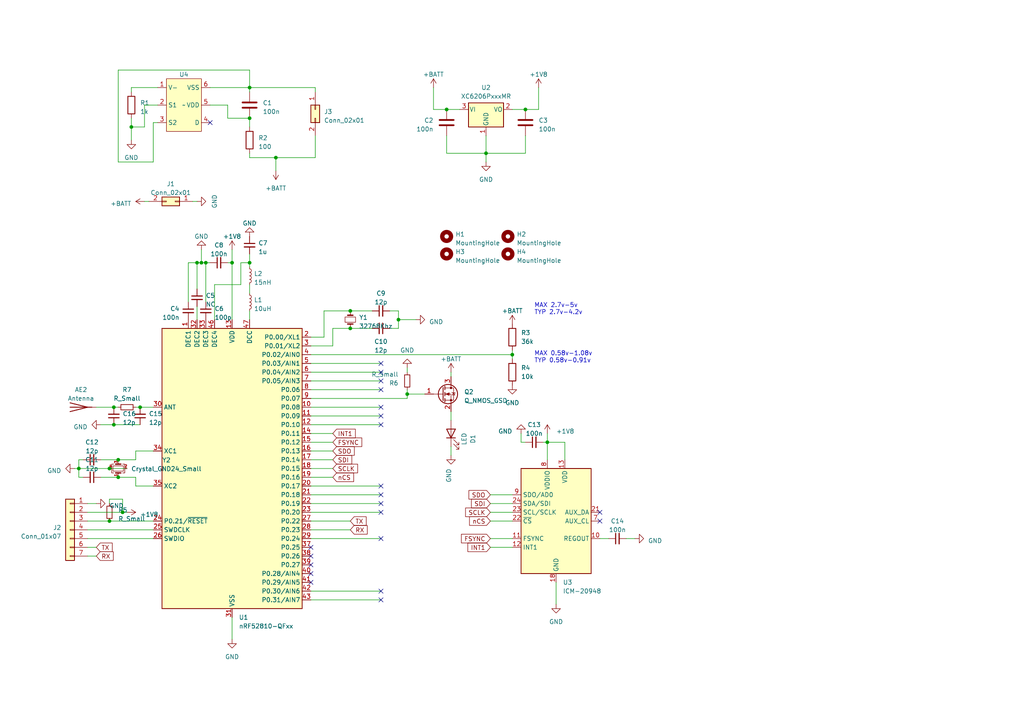
<source format=kicad_sch>
(kicad_sch (version 20230121) (generator eeschema)
  (paper "A4")
  (lib_symbols
    (symbol "Connector_Generic:Conn_01x07" (pin_names (offset 1.016) hide)
      (property "Reference" "J" (at 0 10.16 0))
      (property "Value" "Conn_01x07" (at 0 -10.16 0))
      (symbol "Conn_01x07_1_1"
        (rectangle (start -1.27 -7.493) (end 0 -7.747) (stroke (width 0.1524)))
        (rectangle (start -1.27 -4.953) (end 0 -5.207) (stroke (width 0.1524)))
        (rectangle (start -1.27 -2.413) (end 0 -2.667) (stroke (width 0.1524)))
        (rectangle (start -1.27 0.127) (end 0 -0.127) (stroke (width 0.1524)))
        (rectangle (start -1.27 2.667) (end 0 2.413) (stroke (width 0.1524)))
        (rectangle (start -1.27 5.207) (end 0 4.953) (stroke (width 0.1524)))
        (rectangle (start -1.27 7.747) (end 0 7.493) (stroke (width 0.1524)))
        (rectangle (start -1.27 8.89) (end 1.27 -8.89) (stroke (width 0.254)) (fill (type background)))
        (pin passive line (at -5.08 7.62 0) (length 3.81) (name "Pin_1") (number "1"))
        (pin passive line (at -5.08 5.08 0) (length 3.81) (name "Pin_2") (number "2"))
        (pin passive line (at -5.08 2.54 0) (length 3.81) (name "Pin_3") (number "3"))
        (pin passive line (at -5.08 0 0) (length 3.81) (name "Pin_4") (number "4"))
        (pin passive line (at -5.08 -2.54 0) (length 3.81) (name "Pin_5") (number "5"))
        (pin passive line (at -5.08 -5.08 0) (length 3.81) (name "Pin_6") (number "6"))
        (pin passive line (at -5.08 -7.62 0) (length 3.81) (name "Pin_7") (number "7"))
      )
    )
    (symbol "Connector_Generic:Conn_02x01" (pin_names (offset 1.016) hide)
      (property "Reference" "J" (at 1.27 2.54 0))
      (property "Value" "Conn_02x01" (at 1.27 -2.54 0))
      (symbol "Conn_02x01_1_1"
        (rectangle (start -1.27 0.127) (end 0 -0.127) (stroke (width 0.1524)))
        (rectangle (start -1.27 1.27) (end 3.81 -1.27) (stroke (width 0.254)) (fill (type background)))
        (rectangle (start 3.81 0.127) (end 2.54 -0.127) (stroke (width 0.1524)))
        (pin passive line (at -5.08 0 0) (length 3.81) (name "Pin_1") (number "1"))
        (pin passive line (at 7.62 0 180) (length 3.81) (name "Pin_2") (number "2"))
      )
    )
    (symbol "Device:Antenna" (pin_numbers hide) (pin_names (offset 1.016) hide)
      (property "Reference" "AE" (at -1.905 1.905 0))
      (property "Value" "Antenna" (at -1.905 0 0))
      (symbol "Antenna_0_1"
        (polyline (pts (xy 0 2.54) (xy 0 -3.81)) (stroke (width 0.254)))
        (polyline (pts (xy 1.27 2.54) (xy 0 -2.54) (xy -1.27 2.54)) (stroke (width 0.254)))
      )
      (symbol "Antenna_1_1"
        (pin input line (at 0 -5.08 90) (length 2.54) (name "A") (number "1"))
      )
    )
    (symbol "Device:C" (pin_numbers hide) (pin_names (offset 0.254))
      (property "Reference" "C" (at 0.635 2.54 0))
      (property "Value" "C" (at 0.635 -2.54 0))
      (symbol "C_0_1"
        (polyline (pts (xy -2.032 -0.762) (xy 2.032 -0.762)) (stroke (width 0.508)))
        (polyline (pts (xy -2.032 0.762) (xy 2.032 0.762)) (stroke (width 0.508)))
      )
      (symbol "C_1_1"
        (pin passive line (at 0 3.81 270) (length 2.794) (name "~") (number "1"))
        (pin passive line (at 0 -3.81 90) (length 2.794) (name "~") (number "2"))
      )
    )
    (symbol "Device:C_Small" (pin_numbers hide) (pin_names (offset 0.254) hide)
      (property "Reference" "C" (at 0.254 1.778 0))
      (property "Value" "C_Small" (at 0.254 -2.032 0))
      (symbol "C_Small_0_1"
        (polyline (pts (xy -1.524 -0.508) (xy 1.524 -0.508)) (stroke (width 0.3302)))
        (polyline (pts (xy -1.524 0.508) (xy 1.524 0.508)) (stroke (width 0.3048)))
      )
      (symbol "C_Small_1_1"
        (pin passive line (at 0 2.54 270) (length 2.032) (name "~") (number "1"))
        (pin passive line (at 0 -2.54 90) (length 2.032) (name "~") (number "2"))
      )
    )
    (symbol "Device:Crystal_GND24_Small" (pin_names (offset 1.016) hide)
      (property "Reference" "Y" (at 1.27 4.445 0))
      (property "Value" "Crystal_GND24_Small" (at 1.27 2.54 0))
      (symbol "Crystal_GND24_Small_0_1"
        (rectangle (start -0.762 -1.524) (end 0.762 1.524))
        (polyline (pts (xy -1.27 -0.762) (xy -1.27 0.762)) (stroke (width 0.381)))
        (polyline (pts (xy 1.27 -0.762) (xy 1.27 0.762)) (stroke (width 0.381)))
        (polyline (pts (xy -1.27 -1.27) (xy -1.27 -1.905) (xy 1.27 -1.905) (xy 1.27 -1.27)))
        (polyline (pts (xy -1.27 1.27) (xy -1.27 1.905) (xy 1.27 1.905) (xy 1.27 1.27)))
      )
      (symbol "Crystal_GND24_Small_1_1"
        (pin passive line (at -2.54 0 0) (length 1.27) (name "1") (number "1"))
        (pin passive line (at 0 -2.54 90) (length 0.635) (name "2") (number "2"))
        (pin passive line (at 2.54 0 180) (length 1.27) (name "3") (number "3"))
        (pin passive line (at 0 2.54 270) (length 0.635) (name "4") (number "4"))
      )
    )
    (symbol "Device:Crystal_Small" (pin_numbers hide) (pin_names (offset 1.016) hide)
      (property "Reference" "Y" (at 0 2.54 0))
      (property "Value" "Crystal_Small" (at 0 -2.54 0))
      (symbol "Crystal_Small_0_1"
        (rectangle (start -0.762 -1.524) (end 0.762 1.524))
        (polyline (pts (xy -1.27 -0.762) (xy -1.27 0.762)) (stroke (width 0.381)))
        (polyline (pts (xy 1.27 -0.762) (xy 1.27 0.762)) (stroke (width 0.381)))
      )
      (symbol "Crystal_Small_1_1"
        (pin passive line (at -2.54 0 0) (length 1.27) (name "1") (number "1"))
        (pin passive line (at 2.54 0 180) (length 1.27) (name "2") (number "2"))
      )
    )
    (symbol "Device:LED" (pin_numbers hide) (pin_names (offset 1.016) hide)
      (property "Reference" "D" (at 0 2.54 0))
      (property "Value" "LED" (at 0 -2.54 0))
      (symbol "LED_0_1"
        (polyline (pts (xy -1.27 -1.27) (xy -1.27 1.27)) (stroke (width 0.254)))
        (polyline (pts (xy -1.27 0) (xy 1.27 0)))
        (polyline (pts (xy 1.27 -1.27) (xy 1.27 1.27) (xy -1.27 0) (xy 1.27 -1.27)) (stroke (width 0.254)))
        (polyline (pts (xy -3.048 -0.762) (xy -4.572 -2.286) (xy -3.81 -2.286) (xy -4.572 -2.286) (xy -4.572 -1.524)))
        (polyline (pts (xy -1.778 -0.762) (xy -3.302 -2.286) (xy -2.54 -2.286) (xy -3.302 -2.286) (xy -3.302 -1.524)))
      )
      (symbol "LED_1_1"
        (pin passive line (at -3.81 0 0) (length 2.54) (name "K") (number "1"))
        (pin passive line (at 3.81 0 180) (length 2.54) (name "A") (number "2"))
      )
    )
    (symbol "Device:L_Small" (pin_numbers hide) (pin_names (offset 0.254) hide)
      (property "Reference" "L" (at 0.762 1.016 0))
      (property "Value" "L_Small" (at 0.762 -1.016 0))
      (symbol "L_Small_0_1"
        (arc (start 0 -2.032) (mid 0.5058 -1.524) (end 0 -1.016))
        (arc (start 0 -1.016) (mid 0.5058 -0.508) (end 0 0))
        (arc (start 0 0) (mid 0.5058 0.508) (end 0 1.016))
        (arc (start 0 1.016) (mid 0.5058 1.524) (end 0 2.032))
      )
      (symbol "L_Small_1_1"
        (pin passive line (at 0 2.54 270) (length 0.508) (name "~") (number "1"))
        (pin passive line (at 0 -2.54 90) (length 0.508) (name "~") (number "2"))
      )
    )
    (symbol "Device:Q_NMOS_GSD" (pin_names (offset 0) hide)
      (property "Reference" "Q" (at 5.08 1.27 0))
      (property "Value" "Q_NMOS_GSD" (at 5.08 -1.27 0))
      (symbol "Q_NMOS_GSD_0_1"
        (polyline (pts (xy 0.254 0) (xy -2.54 0)))
        (polyline (pts (xy 0.254 1.905) (xy 0.254 -1.905)) (stroke (width 0.254)))
        (polyline (pts (xy 0.762 -1.27) (xy 0.762 -2.286)) (stroke (width 0.254)))
        (polyline (pts (xy 0.762 0.508) (xy 0.762 -0.508)) (stroke (width 0.254)))
        (polyline (pts (xy 0.762 2.286) (xy 0.762 1.27)) (stroke (width 0.254)))
        (polyline (pts (xy 2.54 2.54) (xy 2.54 1.778)))
        (polyline (pts (xy 2.54 -2.54) (xy 2.54 0) (xy 0.762 0)))
        (polyline (pts (xy 0.762 -1.778) (xy 3.302 -1.778) (xy 3.302 1.778) (xy 0.762 1.778)))
        (polyline (pts (xy 1.016 0) (xy 2.032 0.381) (xy 2.032 -0.381) (xy 1.016 0)) (fill (type outline)))
        (polyline (pts (xy 2.794 0.508) (xy 2.921 0.381) (xy 3.683 0.381) (xy 3.81 0.254)))
        (polyline (pts (xy 3.302 0.381) (xy 2.921 -0.254) (xy 3.683 -0.254) (xy 3.302 0.381)))
        (circle (center 1.651 0) (radius 2.794) (stroke (width 0.254)))
        (circle (center 2.54 -1.778) (radius 0.254) (fill (type outline)))
        (circle (center 2.54 1.778) (radius 0.254) (fill (type outline)))
      )
      (symbol "Q_NMOS_GSD_1_1"
        (pin input line (at -5.08 0 0) (length 2.54) (name "G") (number "1"))
        (pin passive line (at 2.54 -5.08 90) (length 2.54) (name "S") (number "2"))
        (pin passive line (at 2.54 5.08 270) (length 2.54) (name "D") (number "3"))
      )
    )
    (symbol "Device:R" (pin_numbers hide) (pin_names (offset 0))
      (property "Reference" "R" (at 2.032 0 90))
      (property "Value" "R" (at 0 0 90))
      (symbol "R_0_1"
        (rectangle (start -1.016 -2.54) (end 1.016 2.54) (stroke (width 0.254)))
      )
      (symbol "R_1_1"
        (pin passive line (at 0 3.81 270) (length 1.27) (name "~") (number "1"))
        (pin passive line (at 0 -3.81 90) (length 1.27) (name "~") (number "2"))
      )
    )
    (symbol "Device:R_Small" (pin_numbers hide) (pin_names (offset 0.254) hide)
      (property "Reference" "R" (at 0.762 0.508 0))
      (property "Value" "R_Small" (at 0.762 -1.016 0))
      (symbol "R_Small_0_1"
        (rectangle (start -0.762 1.778) (end 0.762 -1.778) (stroke (width 0.2032)))
      )
      (symbol "R_Small_1_1"
        (pin passive line (at 0 2.54 270) (length 0.762) (name "~") (number "1"))
        (pin passive line (at 0 -2.54 90) (length 0.762) (name "~") (number "2"))
      )
    )
    (symbol "MCU_Nordic:nRF52810-QFxx"
      (property "Reference" "U" (at 0 1.27 0))
      (property "Value" "nRF52810-QFxx" (at 0 -1.27 0))
      (symbol "nRF52810-QFxx_0_1"
        (rectangle (start -20.32 40.64) (end 20.32 -40.64) (stroke (width 0.254)) (fill (type background)))
      )
      (symbol "nRF52810-QFxx_1_1"
        (pin passive line (at -12.7 43.18 270) (length 2.54) (name "DEC1") (number "1"))
        (pin bidirectional line (at 22.86 17.78 180) (length 2.54) (name "P0.08") (number "10"))
        (pin bidirectional line (at 22.86 15.24 180) (length 2.54) (name "P0.09") (number "11"))
        (pin bidirectional line (at 22.86 12.7 180) (length 2.54) (name "P0.10") (number "12"))
        (pin power_in line (at 0 43.18 270) (length 2.54) (name "VDD") (number "13"))
        (pin bidirectional line (at 22.86 10.16 180) (length 2.54) (name "P0.11") (number "14"))
        (pin bidirectional line (at 22.86 7.62 180) (length 2.54) (name "P0.12") (number "15"))
        (pin bidirectional line (at 22.86 5.08 180) (length 2.54) (name "P0.13") (number "16"))
        (pin bidirectional line (at 22.86 2.54 180) (length 2.54) (name "P0.14") (number "17"))
        (pin bidirectional line (at 22.86 0 180) (length 2.54) (name "P0.15") (number "18"))
        (pin bidirectional line (at 22.86 -2.54 180) (length 2.54) (name "P0.16") (number "19"))
        (pin bidirectional line (at 22.86 38.1 180) (length 2.54) (name "P0.00/XL1") (number "2"))
        (pin bidirectional line (at 22.86 -5.08 180) (length 2.54) (name "P0.17") (number "20"))
        (pin bidirectional line (at 22.86 -7.62 180) (length 2.54) (name "P0.18") (number "21"))
        (pin bidirectional line (at 22.86 -10.16 180) (length 2.54) (name "P0.19") (number "22"))
        (pin bidirectional line (at 22.86 -12.7 180) (length 2.54) (name "P0.20") (number "23"))
        (pin bidirectional line (at -22.86 -15.24 0) (length 2.54) (name "P0.21/~{RESET}") (number "24"))
        (pin input line (at -22.86 -17.78 0) (length 2.54) (name "SWDCLK") (number "25"))
        (pin bidirectional line (at -22.86 -20.32 0) (length 2.54) (name "SWDIO") (number "26"))
        (pin bidirectional line (at 22.86 -15.24 180) (length 2.54) (name "P0.22") (number "27"))
        (pin bidirectional line (at 22.86 -17.78 180) (length 2.54) (name "P0.23") (number "28"))
        (pin bidirectional line (at 22.86 -20.32 180) (length 2.54) (name "P0.24") (number "29"))
        (pin bidirectional line (at 22.86 35.56 180) (length 2.54) (name "P0.01/XL2") (number "3"))
        (pin passive line (at -22.86 17.78 0) (length 2.54) (name "ANT") (number "30"))
        (pin power_in line (at 0 -43.18 90) (length 2.54) (name "VSS") (number "31"))
        (pin passive line (at -10.16 43.18 270) (length 2.54) (name "DEC2") (number "32"))
        (pin passive line (at -7.62 43.18 270) (length 2.54) (name "DEC3") (number "33"))
        (pin input line (at -22.86 5.08 0) (length 2.54) (name "XC1") (number "34"))
        (pin input line (at -22.86 -5.08 0) (length 2.54) (name "XC2") (number "35"))
        (pin passive line (at 0 43.18 270) (length 2.54) hide (name "VDD") (number "36"))
        (pin bidirectional line (at 22.86 -22.86 180) (length 2.54) (name "P0.25") (number "37"))
        (pin bidirectional line (at 22.86 -25.4 180) (length 2.54) (name "P0.26") (number "38"))
        (pin bidirectional line (at 22.86 -27.94 180) (length 2.54) (name "P0.27") (number "39"))
        (pin bidirectional line (at 22.86 33.02 180) (length 2.54) (name "P0.02/AIN0") (number "4"))
        (pin bidirectional line (at 22.86 -30.48 180) (length 2.54) (name "P0.28/AIN4") (number "40"))
        (pin bidirectional line (at 22.86 -33.02 180) (length 2.54) (name "P0.29/AIN5") (number "41"))
        (pin bidirectional line (at 22.86 -35.56 180) (length 2.54) (name "P0.30/AIN6") (number "42"))
        (pin bidirectional line (at 22.86 -38.1 180) (length 2.54) (name "P0.31/AIN7") (number "43"))
        (pin no_connect line (at -20.32 -30.48 0) (length 2.54) hide (name "NC") (number "44"))
        (pin passive line (at 0 -43.18 90) (length 2.54) hide (name "VSS") (number "45"))
        (pin passive line (at -5.08 43.18 270) (length 2.54) (name "DEC4") (number "46"))
        (pin power_out line (at 5.08 43.18 270) (length 2.54) (name "DCC") (number "47"))
        (pin passive line (at 0 43.18 270) (length 2.54) hide (name "VDD") (number "48"))
        (pin passive line (at 0 -43.18 90) (length 2.54) hide (name "VSS") (number "49"))
        (pin bidirectional line (at 22.86 30.48 180) (length 2.54) (name "P0.03/AIN1") (number "5"))
        (pin bidirectional line (at 22.86 27.94 180) (length 2.54) (name "P0.04/AIN2") (number "6"))
        (pin bidirectional line (at 22.86 25.4 180) (length 2.54) (name "P0.05/AIN3") (number "7"))
        (pin bidirectional line (at 22.86 22.86 180) (length 2.54) (name "P0.06") (number "8"))
        (pin bidirectional line (at 22.86 20.32 180) (length 2.54) (name "P0.07") (number "9"))
      )
    )
    (symbol "Mechanical:MountingHole" (pin_names (offset 1.016))
      (property "Reference" "H" (at 0 5.08 0))
      (property "Value" "MountingHole" (at 0 3.175 0))
      (symbol "MountingHole_0_1"
        (circle (center 0 0) (radius 1.27) (stroke (width 1.27)))
      )
    )
    (symbol "Regulator_Linear:XC6206PxxxMR" (pin_names (offset 0.254))
      (property "Reference" "U" (at -3.81 3.175 0))
      (property "Value" "XC6206PxxxMR" (at 0 3.175 0))
      (symbol "XC6206PxxxMR_0_1"
        (rectangle (start -5.08 1.905) (end 5.08 -5.08) (stroke (width 0.254)) (fill (type background)))
      )
      (symbol "XC6206PxxxMR_1_1"
        (pin power_in line (at 0 -7.62 90) (length 2.54) (name "GND") (number "1"))
        (pin power_out line (at 7.62 0 180) (length 2.54) (name "VO") (number "2"))
        (pin power_in line (at -7.62 0 0) (length 2.54) (name "VI") (number "3"))
      )
    )
    (symbol "Sensor_Motion:ICM-20948"
      (property "Reference" "U" (at -11.43 16.51 0))
      (property "Value" "ICM-20948" (at 7.62 -16.51 0))
      (symbol "ICM-20948_0_1"
        (rectangle (start -10.16 15.24) (end 10.16 -15.24) (stroke (width 0.254)) (fill (type background)))
      )
      (symbol "ICM-20948_1_1"
        (pin no_connect line (at -10.16 12.7 0) (length 2.54) hide (name "NC") (number "1"))
        (pin passive line (at 12.7 -5.08 180) (length 2.54) (name "REGOUT") (number "10"))
        (pin input line (at -12.7 -5.08 0) (length 2.54) (name "FSYNC") (number "11"))
        (pin output line (at -12.7 -7.62 0) (length 2.54) (name "INT1") (number "12"))
        (pin power_in line (at 2.54 17.78 270) (length 2.54) (name "VDD") (number "13"))
        (pin no_connect line (at 10.16 7.62 180) (length 2.54) hide (name "NC") (number "14"))
        (pin no_connect line (at 10.16 5.08 180) (length 2.54) hide (name "NC") (number "15"))
        (pin no_connect line (at 10.16 -7.62 180) (length 2.54) hide (name "NC") (number "16"))
        (pin no_connect line (at 10.16 -10.16 180) (length 2.54) hide (name "NC") (number "17"))
        (pin power_in line (at 0 -17.78 90) (length 2.54) (name "GND") (number "18"))
        (pin no_connect line (at 10.16 -12.7 180) (length 2.54) hide (name "RESV") (number "19"))
        (pin no_connect line (at -10.16 10.16 0) (length 2.54) hide (name "NC") (number "2"))
        (pin passive line (at 0 -17.78 90) (length 2.54) hide (name "GND") (number "20"))
        (pin bidirectional line (at 12.7 2.54 180) (length 2.54) (name "AUX_DA") (number "21"))
        (pin input line (at -12.7 0 0) (length 2.54) (name "~{CS}") (number "22"))
        (pin input line (at -12.7 2.54 0) (length 2.54) (name "SCL/SCLK") (number "23"))
        (pin bidirectional line (at -12.7 5.08 0) (length 2.54) (name "SDA/SDI") (number "24"))
        (pin no_connect line (at -10.16 -2.54 0) (length 2.54) hide (name "NC") (number "3"))
        (pin no_connect line (at -10.16 -10.16 0) (length 2.54) hide (name "NC") (number "4"))
        (pin no_connect line (at -10.16 -12.7 0) (length 2.54) hide (name "NC") (number "5"))
        (pin no_connect line (at 10.16 10.16 180) (length 2.54) hide (name "NC") (number "6"))
        (pin output line (at 12.7 0 180) (length 2.54) (name "AUX_CL") (number "7"))
        (pin power_in line (at -2.54 17.78 270) (length 2.54) (name "VDDIO") (number "8"))
        (pin bidirectional line (at -12.7 7.62 0) (length 2.54) (name "SDO/AD0") (number "9"))
      )
    )
    (symbol "lib:DW06D"
      (property "Reference" "U" (at 0 10.16 0))
      (symbol "DW06D_1_1"
        (rectangle (start -5.08 7.62) (end 5.08 -7.62) (fill (type background)))
        (pin power_in line (at -7.62 5.08 0) (length 2.54) (name "V-") (number "1"))
        (pin passive line (at -7.62 0 0) (length 2.54) (name "S1") (number "2"))
        (pin passive line (at -7.62 -5.08 0) (length 2.54) (name "S2") (number "3"))
        (pin passive line (at 7.62 -5.08 180) (length 2.54) (name "D") (number "4"))
        (pin passive line (at 7.62 0 180) (length 2.54) (name "VDD") (number "5"))
        (pin passive line (at 7.62 5.08 180) (length 2.54) (name "VSS") (number "6"))
      )
    )
    (symbol "power:+1V8" (power) (pin_names (offset 0))
      (property "Value" "+1V8" (at 0 3.556 0))
      (symbol "+1V8_0_1"
        (polyline (pts (xy -0.762 1.27) (xy 0 2.54)))
        (polyline (pts (xy 0 0) (xy 0 2.54)))
        (polyline (pts (xy 0 2.54) (xy 0.762 1.27)))
      )
      (symbol "+1V8_1_1"
        (pin power_in line (at 0 0 90) (length 0) hide (name "+1V8") (number "1"))
      )
    )
    (symbol "power:+BATT" (power) (pin_names (offset 0))
      (property "Value" "+BATT" (at 0 3.556 0))
      (symbol "+BATT_0_1"
        (polyline (pts (xy -0.762 1.27) (xy 0 2.54)))
        (polyline (pts (xy 0 0) (xy 0 2.54)))
        (polyline (pts (xy 0 2.54) (xy 0.762 1.27)))
      )
      (symbol "+BATT_1_1"
        (pin power_in line (at 0 0 90) (length 0) hide (name "+BATT") (number "1"))
      )
    )
    (symbol "power:GND" (power) (pin_names (offset 0))
      (property "Value" "GND" (at 0 -3.81 0))
      (symbol "GND_0_1"
        (polyline (pts (xy 0 0) (xy 0 -1.27) (xy 1.27 -1.27) (xy 0 -2.54) (xy -1.27 -1.27) (xy 0 -1.27)))
      )
      (symbol "GND_1_1"
        (pin power_in line (at 0 0 270) (length 0) hide (name "GND") (number "1"))
      )
    )
  )
  (junction (at 57.15 76.2))
  (junction (at 38.1 36.83))
  (junction (at 31.75 151.13))
  (junction (at 152.4 31.75))
  (junction (at 58.42 76.2))
  (junction (at 118.11 114.3))
  (junction (at 129.54 31.75))
  (junction (at 33.02 118.11))
  (junction (at 34.29 138.43))
  (junction (at 34.29 133.35))
  (junction (at 31.75 135.89))
  (junction (at 72.39 76.2))
  (junction (at 140.97 44.45))
  (junction (at 40.64 118.11))
  (junction (at 72.39 25.4))
  (junction (at 101.6 90.17))
  (junction (at 115.57 92.71))
  (junction (at 35.56 148.59))
  (junction (at 22.86 135.89))
  (junction (at 67.31 76.2))
  (junction (at 72.39 34.29))
  (junction (at 158.75 128.27))
  (junction (at 59.69 76.2))
  (junction (at 80.01 45.72))
  (junction (at 148.59 102.87))
  (junction (at 101.6 95.25))
  (junction (at 33.02 123.19))
  (no_connect (at 110.49 146.05))
  (no_connect (at 60.96 35.56))
  (no_connect (at 90.17 166.37))
  (no_connect (at 173.99 151.13))
  (no_connect (at 90.17 158.75))
  (no_connect (at 110.49 110.49))
  (no_connect (at 110.49 148.59))
  (no_connect (at 110.49 120.65))
  (no_connect (at 110.49 171.45))
  (no_connect (at 90.17 168.91))
  (no_connect (at 90.17 163.83))
  (no_connect (at 110.49 113.03))
  (no_connect (at 110.49 105.41))
  (no_connect (at 110.49 143.51))
  (no_connect (at 110.49 173.99))
  (no_connect (at 90.17 161.29))
  (no_connect (at 173.99 148.59))
  (no_connect (at 110.49 123.19))
  (no_connect (at 110.49 118.11))
  (no_connect (at 110.49 107.95))
  (no_connect (at 110.49 156.21))
  (no_connect (at 110.49 140.97))
  (wire (pts (xy 125.73 25.4) (xy 125.73 31.75)))
  (wire (pts (xy 152.4 31.75) (xy 156.21 31.75)))
  (wire (pts (xy 129.54 31.75) (xy 125.73 31.75)))
  (wire (pts (xy 57.15 58.42) (xy 55.88 58.42)))
  (wire (pts (xy 34.29 133.35) (xy 39.37 133.35)))
  (wire (pts (xy 133.35 31.75) (xy 129.54 31.75)))
  (wire (pts (xy 130.81 107.95) (xy 130.81 109.22)))
  (wire (pts (xy 91.44 39.37) (xy 91.44 45.72)))
  (wire (pts (xy 90.17 123.19) (xy 110.49 123.19)))
  (wire (pts (xy 66.04 30.48) (xy 60.96 30.48)))
  (wire (pts (xy 101.6 95.25) (xy 107.95 95.25)))
  (wire (pts (xy 41.91 30.48) (xy 41.91 36.83)))
  (wire (pts (xy 67.31 76.2) (xy 67.31 92.71)))
  (wire (pts (xy 129.54 44.45) (xy 140.97 44.45)))
  (wire (pts (xy 90.17 97.79) (xy 93.98 97.79)))
  (wire (pts (xy 142.24 143.51) (xy 148.59 143.51)))
  (wire (pts (xy 24.13 133.35) (xy 22.86 133.35)))
  (wire (pts (xy 115.57 92.71) (xy 120.65 92.71)))
  (wire (pts (xy 151.13 128.27) (xy 152.4 128.27)))
  (wire (pts (xy 90.17 100.33) (xy 96.52 100.33)))
  (wire (pts (xy 163.83 133.35) (xy 163.83 128.27)))
  (wire (pts (xy 80.01 45.72) (xy 91.44 45.72)))
  (wire (pts (xy 142.24 151.13) (xy 148.59 151.13)))
  (wire (pts (xy 118.11 115.57) (xy 118.11 114.3)))
  (wire (pts (xy 25.4 158.75) (xy 27.94 158.75)))
  (wire (pts (xy 34.29 46.99) (xy 34.29 20.32)))
  (wire (pts (xy 29.21 138.43) (xy 34.29 138.43)))
  (wire (pts (xy 118.11 113.03) (xy 118.11 114.3)))
  (wire (pts (xy 57.15 76.2) (xy 57.15 83.82)))
  (wire (pts (xy 152.4 39.37) (xy 152.4 44.45)))
  (wire (pts (xy 161.29 168.91) (xy 161.29 175.26)))
  (wire (pts (xy 113.03 95.25) (xy 115.57 95.25)))
  (wire (pts (xy 57.15 76.2) (xy 58.42 76.2)))
  (wire (pts (xy 35.56 148.59) (xy 36.83 148.59)))
  (wire (pts (xy 96.52 138.43) (xy 90.17 138.43)))
  (wire (pts (xy 151.13 125.73) (xy 151.13 128.27)))
  (wire (pts (xy 22.86 135.89) (xy 21.59 135.89)))
  (wire (pts (xy 90.17 143.51) (xy 110.49 143.51)))
  (wire (pts (xy 118.11 107.95) (xy 118.11 106.68)))
  (wire (pts (xy 142.24 158.75) (xy 148.59 158.75)))
  (wire (pts (xy 57.15 88.9) (xy 57.15 92.71)))
  (wire (pts (xy 90.17 120.65) (xy 110.49 120.65)))
  (wire (pts (xy 173.99 156.21) (xy 176.53 156.21)))
  (wire (pts (xy 142.24 156.21) (xy 148.59 156.21)))
  (wire (pts (xy 90.17 102.87) (xy 148.59 102.87)))
  (wire (pts (xy 45.72 25.4) (xy 38.1 25.4)))
  (wire (pts (xy 129.54 39.37) (xy 129.54 44.45)))
  (wire (pts (xy 41.91 58.42) (xy 43.18 58.42)))
  (wire (pts (xy 90.17 105.41) (xy 110.49 105.41)))
  (wire (pts (xy 66.04 34.29) (xy 72.39 34.29)))
  (wire (pts (xy 158.75 128.27) (xy 158.75 133.35)))
  (wire (pts (xy 72.39 20.32) (xy 72.39 25.4)))
  (wire (pts (xy 22.86 138.43) (xy 22.86 135.89)))
  (wire (pts (xy 72.39 25.4) (xy 91.44 25.4)))
  (wire (pts (xy 39.37 140.97) (xy 39.37 138.43)))
  (wire (pts (xy 25.4 146.05) (xy 27.94 146.05)))
  (wire (pts (xy 25.4 153.67) (xy 44.45 153.67)))
  (wire (pts (xy 40.64 118.11) (xy 44.45 118.11)))
  (wire (pts (xy 148.59 102.87) (xy 148.59 101.6)))
  (wire (pts (xy 90.17 171.45) (xy 110.49 171.45)))
  (wire (pts (xy 96.52 128.27) (xy 90.17 128.27)))
  (wire (pts (xy 33.02 118.11) (xy 34.29 118.11)))
  (wire (pts (xy 148.59 102.87) (xy 148.59 104.14)))
  (wire (pts (xy 58.42 76.2) (xy 58.42 72.39)))
  (wire (pts (xy 90.17 148.59) (xy 110.49 148.59)))
  (wire (pts (xy 140.97 46.99) (xy 140.97 44.45)))
  (wire (pts (xy 113.03 90.17) (xy 115.57 90.17)))
  (wire (pts (xy 93.98 97.79) (xy 93.98 90.17)))
  (wire (pts (xy 72.39 73.66) (xy 72.39 76.2)))
  (wire (pts (xy 90.17 107.95) (xy 110.49 107.95)))
  (wire (pts (xy 54.61 76.2) (xy 57.15 76.2)))
  (wire (pts (xy 90.17 115.57) (xy 118.11 115.57)))
  (wire (pts (xy 90.17 110.49) (xy 110.49 110.49)))
  (wire (pts (xy 72.39 76.2) (xy 72.39 77.47)))
  (wire (pts (xy 90.17 173.99) (xy 110.49 173.99)))
  (wire (pts (xy 58.42 76.2) (xy 59.69 76.2)))
  (wire (pts (xy 142.24 146.05) (xy 148.59 146.05)))
  (wire (pts (xy 67.31 72.39) (xy 67.31 76.2)))
  (wire (pts (xy 130.81 119.38) (xy 130.81 121.92)))
  (wire (pts (xy 45.72 35.56) (xy 44.45 35.56)))
  (wire (pts (xy 80.01 45.72) (xy 80.01 49.53)))
  (wire (pts (xy 93.98 90.17) (xy 101.6 90.17)))
  (wire (pts (xy 38.1 36.83) (xy 38.1 34.29)))
  (wire (pts (xy 148.59 31.75) (xy 152.4 31.75)))
  (wire (pts (xy 90.17 140.97) (xy 110.49 140.97)))
  (wire (pts (xy 38.1 25.4) (xy 38.1 26.67)))
  (wire (pts (xy 115.57 95.25) (xy 115.57 92.71)))
  (wire (pts (xy 66.04 34.29) (xy 66.04 30.48)))
  (wire (pts (xy 96.52 95.25) (xy 101.6 95.25)))
  (wire (pts (xy 59.69 76.2) (xy 60.96 76.2)))
  (wire (pts (xy 72.39 26.67) (xy 72.39 25.4)))
  (wire (pts (xy 45.72 30.48) (xy 41.91 30.48)))
  (wire (pts (xy 158.75 125.73) (xy 158.75 128.27)))
  (wire (pts (xy 22.86 133.35) (xy 22.86 135.89)))
  (wire (pts (xy 60.96 25.4) (xy 72.39 25.4)))
  (wire (pts (xy 66.04 76.2) (xy 67.31 76.2)))
  (wire (pts (xy 31.75 135.89) (xy 36.83 135.89)))
  (wire (pts (xy 118.11 114.3) (xy 123.19 114.3)))
  (wire (pts (xy 115.57 90.17) (xy 115.57 92.71)))
  (wire (pts (xy 90.17 156.21) (xy 110.49 156.21)))
  (wire (pts (xy 33.02 123.19) (xy 40.64 123.19)))
  (wire (pts (xy 90.17 146.05) (xy 110.49 146.05)))
  (wire (pts (xy 25.4 156.21) (xy 44.45 156.21)))
  (wire (pts (xy 142.24 148.59) (xy 148.59 148.59)))
  (wire (pts (xy 25.4 151.13) (xy 31.75 151.13)))
  (wire (pts (xy 96.52 135.89) (xy 90.17 135.89)))
  (wire (pts (xy 72.39 82.55) (xy 72.39 85.09)))
  (wire (pts (xy 96.52 100.33) (xy 96.52 95.25)))
  (wire (pts (xy 44.45 130.81) (xy 39.37 130.81)))
  (wire (pts (xy 39.37 118.11) (xy 40.64 118.11)))
  (wire (pts (xy 156.21 25.4) (xy 156.21 31.75)))
  (wire (pts (xy 163.83 128.27) (xy 158.75 128.27)))
  (wire (pts (xy 29.21 123.19) (xy 33.02 123.19)))
  (wire (pts (xy 25.4 161.29) (xy 27.94 161.29)))
  (wire (pts (xy 69.85 76.2) (xy 72.39 76.2)))
  (wire (pts (xy 59.69 87.63) (xy 59.69 76.2)))
  (wire (pts (xy 62.23 82.55) (xy 62.23 92.71)))
  (wire (pts (xy 41.91 36.83) (xy 38.1 36.83)))
  (wire (pts (xy 34.29 20.32) (xy 72.39 20.32)))
  (wire (pts (xy 157.48 128.27) (xy 158.75 128.27)))
  (wire (pts (xy 31.75 144.78) (xy 35.56 144.78)))
  (wire (pts (xy 72.39 45.72) (xy 80.01 45.72)))
  (wire (pts (xy 69.85 76.2) (xy 69.85 82.55)))
  (wire (pts (xy 152.4 44.45) (xy 140.97 44.45)))
  (wire (pts (xy 90.17 151.13) (xy 101.6 151.13)))
  (wire (pts (xy 39.37 130.81) (xy 39.37 133.35)))
  (wire (pts (xy 25.4 148.59) (xy 35.56 148.59)))
  (wire (pts (xy 72.39 90.17) (xy 72.39 92.71)))
  (wire (pts (xy 90.17 113.03) (xy 110.49 113.03)))
  (wire (pts (xy 90.17 153.67) (xy 101.6 153.67)))
  (wire (pts (xy 90.17 118.11) (xy 110.49 118.11)))
  (wire (pts (xy 96.52 133.35) (xy 90.17 133.35)))
  (wire (pts (xy 27.94 118.11) (xy 33.02 118.11)))
  (wire (pts (xy 140.97 44.45) (xy 140.97 39.37)))
  (wire (pts (xy 44.45 35.56) (xy 44.45 46.99)))
  (wire (pts (xy 29.21 133.35) (xy 34.29 133.35)))
  (wire (pts (xy 130.81 129.54) (xy 130.81 132.08)))
  (wire (pts (xy 38.1 36.83) (xy 38.1 40.64)))
  (wire (pts (xy 101.6 90.17) (xy 107.95 90.17)))
  (wire (pts (xy 31.75 146.05) (xy 31.75 144.78)))
  (wire (pts (xy 181.61 156.21) (xy 184.15 156.21)))
  (wire (pts (xy 44.45 46.99) (xy 34.29 46.99)))
  (wire (pts (xy 54.61 87.63) (xy 54.61 76.2)))
  (wire (pts (xy 34.29 138.43) (xy 39.37 138.43)))
  (wire (pts (xy 22.86 135.89) (xy 31.75 135.89)))
  (wire (pts (xy 72.39 44.45) (xy 72.39 45.72)))
  (wire (pts (xy 35.56 144.78) (xy 35.56 148.59)))
  (wire (pts (xy 31.75 151.13) (xy 44.45 151.13)))
  (wire (pts (xy 96.52 130.81) (xy 90.17 130.81)))
  (wire (pts (xy 24.13 138.43) (xy 22.86 138.43)))
  (wire (pts (xy 91.44 26.67) (xy 91.44 25.4)))
  (wire (pts (xy 67.31 179.07) (xy 67.31 185.42)))
  (wire (pts (xy 69.85 82.55) (xy 62.23 82.55)))
  (wire (pts (xy 96.52 125.73) (xy 90.17 125.73)))
  (wire (pts (xy 72.39 34.29) (xy 72.39 36.83)))
  (wire (pts (xy 44.45 140.97) (xy 39.37 140.97)))
  (text "MAX 0.58v-1.08v\nTYP 0.58v-0.91v" (at 154.94 105.41 0) (effects (font (size 1.27 1.27)) (justify left bottom)))
  (text "MAX 2.7v-5v\nTYP 2.7v-4.2v" (at 154.94 91.44 0) (effects (font (size 1.27 1.27)) (justify left bottom)))
  (global_label "nCS" (shape input) (at 142.24 151.13 180) (property "Intersheetrefs" "${INTERSHEET_REFS}" (effects hide)))
  (global_label "TX" (shape input) (at 27.94 158.75 0) (property "Intersheetrefs" "${INTERSHEET_REFS}" (effects hide)))
  (global_label "SCLK" (shape input) (at 96.52 135.89 0) (property "Intersheetrefs" "${INTERSHEET_REFS}" (effects hide)))
  (global_label "FSYNC" (shape input) (at 142.24 156.21 180) (property "Intersheetrefs" "${INTERSHEET_REFS}" (effects hide)))
  (global_label "SCLK" (shape input) (at 142.24 148.59 180) (property "Intersheetrefs" "${INTERSHEET_REFS}" (effects hide)))
  (global_label "nCS" (shape input) (at 96.52 138.43 0) (property "Intersheetrefs" "${INTERSHEET_REFS}" (effects hide)))
  (global_label "SDI" (shape input) (at 142.24 146.05 180) (property "Intersheetrefs" "${INTERSHEET_REFS}" (effects hide)))
  (global_label "TX" (shape input) (at 101.6 151.13 0) (property "Intersheetrefs" "${INTERSHEET_REFS}" (effects hide)))
  (global_label "RX" (shape input) (at 101.6 153.67 0) (property "Intersheetrefs" "${INTERSHEET_REFS}" (effects hide)))
  (global_label "INT1" (shape input) (at 142.24 158.75 180) (property "Intersheetrefs" "${INTERSHEET_REFS}" (effects hide)))
  (global_label "SDO" (shape input) (at 96.52 130.81 0) (property "Intersheetrefs" "${INTERSHEET_REFS}" (effects hide)))
  (global_label "FSYNC" (shape input) (at 96.52 128.27 0) (property "Intersheetrefs" "${INTERSHEET_REFS}" (effects hide)))
  (global_label "INT1" (shape input) (at 96.52 125.73 0) (property "Intersheetrefs" "${INTERSHEET_REFS}" (effects hide)))
  (global_label "SDI" (shape input) (at 96.52 133.35 0) (property "Intersheetrefs" "${INTERSHEET_REFS}" (effects hide)))
  (global_label "SDO" (shape input) (at 142.24 143.51 180) (property "Intersheetrefs" "${INTERSHEET_REFS}" (effects hide)))
  (global_label "RX" (shape input) (at 27.94 161.29 0) (property "Intersheetrefs" "${INTERSHEET_REFS}" (effects hide)))
  (symbol (lib_id "power:+1V8") (at 36.83 148.59 270) (unit 1)
    (property "Reference" "#PWR018" (effects hide))
    (property "Value" "+1V8" (at 40.64 149.225 90) (effects (justify left)))
  )
  (symbol (lib_id "Mechanical:MountingHole") (at 129.54 68.58 0) (unit 1)
    (property "Reference" "H1" (at 132.08 67.945 0) (effects (justify left)))
    (property "Value" "MountingHole" (at 132.08 70.485 0) (effects (justify left)))
    (property "Footprint" "MountingHole:MountingHole_2.2mm_M2" (effects hide))
  )
  (symbol (lib_id "Device:LED") (at 130.81 125.73 90) (unit 1)
    (property "Reference" "D1" (at 137.16 127.3175 0))
    (property "Value" "LED" (at 134.62 127.3175 0))
    (property "Footprint" "LED_SMD:LED_0402_1005Metric" (effects hide))
  )
  (symbol (lib_id "Device:C") (at 129.54 35.56 0) (unit 1)
    (property "Reference" "C2" (at 125.73 34.925 0) (effects (justify right)))
    (property "Value" "100n" (at 125.73 37.465 0) (effects (justify right)))
    (property "Footprint" "Capacitor_SMD:C_0402_1005Metric" (effects hide))
  )
  (symbol (lib_id "power:GND") (at 67.31 185.42 0) (unit 1)
    (property "Reference" "#PWR08" (effects hide))
    (property "Value" "GND" (at 67.31 190.5 0))
  )
  (symbol (lib_id "power:GND") (at 151.13 125.73 180) (unit 1)
    (property "Reference" "#PWR014" (effects hide))
    (property "Value" "GND" (at 148.59 125.095 0) (effects (justify left)))
  )
  (symbol (lib_id "Connector_Generic:Conn_02x01") (at 50.8 58.42 180) (unit 1)
    (property "Reference" "J1" (at 49.53 53.34 0))
    (property "Value" "Conn_02x01" (at 49.53 55.88 0))
    (property "Footprint" "Connector_PinHeader_2.54mm:PinHeader_1x02_P2.54mm_Vertical" (effects hide))
  )
  (symbol (lib_id "Device:C_Small") (at 63.5 76.2 90) (unit 1)
    (property "Reference" "C8" (at 63.5063 71.12 90))
    (property "Value" "100n" (at 63.5063 73.66 90))
    (property "Footprint" "Capacitor_SMD:C_0402_1005Metric" (effects hide))
  )
  (symbol (lib_id "power:GND") (at 38.1 40.64 0) (unit 1)
    (property "Reference" "#PWR01" (effects hide))
    (property "Value" "GND" (at 38.1 45.72 0))
  )
  (symbol (lib_id "Device:C_Small") (at 40.64 120.65 180) (unit 1)
    (property "Reference" "C15" (at 43.18 120.0086 0) (effects (justify right)))
    (property "Value" "12p" (at 43.18 122.5486 0) (effects (justify right)))
    (property "Footprint" "Capacitor_SMD:C_0402_1005Metric" (effects hide))
  )
  (symbol (lib_id "power:+BATT") (at 130.81 107.95 0) (unit 1)
    (property "Reference" "#PWR020" (effects hide))
    (property "Value" "+BATT" (at 130.81 104.14 0))
  )
  (symbol (lib_id "Sensor_Motion:ICM-20948") (at 161.29 151.13 0) (unit 1)
    (property "Reference" "U3" (at 163.2459 168.91 0) (effects (justify left)))
    (property "Value" "ICM-20948" (at 163.2459 171.45 0) (effects (justify left)))
    (property "Footprint" "Sensor_Motion:InvenSense_QFN-24_3x3mm_P0.4mm" (effects hide))
    (property "Datasheet" "http://www.invensense.com/wp-content/uploads/2016/06/DS-000189-ICM-20948-v1.3.pdf" (effects hide))
  )
  (symbol (lib_id "Device:C_Small") (at 179.07 156.21 90) (unit 1)
    (property "Reference" "C14" (at 179.0763 151.13 90))
    (property "Value" "100n" (at 179.0763 153.67 90))
    (property "Footprint" "Capacitor_SMD:C_0402_1005Metric" (effects hide))
  )
  (symbol (lib_id "Device:L_Small") (at 72.39 87.63 0) (unit 1)
    (property "Reference" "L1" (at 73.66 86.995 0) (effects (justify left)))
    (property "Value" "10uH" (at 73.66 89.535 0) (effects (justify left)))
    (property "Footprint" "Inductor_SMD:L_1008_2520Metric" (effects hide))
  )
  (symbol (lib_id "Device:C") (at 152.4 35.56 0) (unit 1)
    (property "Reference" "C3" (at 156.21 34.925 0) (effects (justify left)))
    (property "Value" "100n" (at 156.21 37.465 0) (effects (justify left)))
    (property "Footprint" "Capacitor_SMD:C_0402_1005Metric" (effects hide))
  )
  (symbol (lib_id "Device:C_Small") (at 110.49 95.25 270) (unit 1)
    (property "Reference" "C10" (at 110.4836 99.06 90))
    (property "Value" "12p" (at 110.4836 101.6 90))
    (property "Footprint" "Capacitor_SMD:C_0402_1005Metric" (effects hide))
  )
  (symbol (lib_id "power:GND") (at 184.15 156.21 90) (unit 1)
    (property "Reference" "#PWR015" (effects hide))
    (property "Value" "GND" (at 187.96 156.845 90) (effects (justify right)))
  )
  (symbol (lib_id "power:+1V8") (at 67.31 72.39 0) (unit 1)
    (property "Reference" "#PWR06" (effects hide))
    (property "Value" "+1V8" (at 67.31 68.58 0))
  )
  (symbol (lib_id "Device:R_Small") (at 36.83 118.11 90) (unit 1)
    (property "Reference" "R7" (at 36.83 113.03 90))
    (property "Value" "R_Small" (at 36.83 115.57 90))
    (property "Footprint" "Resistor_SMD:R_0402_1005Metric" (effects hide))
  )
  (symbol (lib_id "power:+BATT") (at 80.01 49.53 180) (unit 1)
    (property "Reference" "#PWR02" (effects hide))
    (property "Value" "+BATT" (at 80.01 54.61 0))
  )
  (symbol (lib_id "Device:Q_NMOS_GSD") (at 128.27 114.3 0) (unit 1)
    (property "Reference" "Q2" (at 134.62 113.665 0) (effects (justify left)))
    (property "Value" "Q_NMOS_GSD" (at 134.62 116.205 0) (effects (justify left)))
    (property "Footprint" "Package_TO_SOT_SMD:SOT-23" (effects hide))
  )
  (symbol (lib_id "power:+BATT") (at 125.73 25.4 0) (unit 1)
    (property "Reference" "#PWR03" (effects hide))
    (property "Value" "+BATT" (at 125.73 21.59 0))
  )
  (symbol (lib_id "Device:C_Small") (at 26.67 138.43 270) (unit 1)
    (property "Reference" "C11" (at 26.6636 133.35 90))
    (property "Value" "12p" (at 26.6636 135.89 90))
    (property "Footprint" "Capacitor_SMD:C_0402_1005Metric" (effects hide))
  )
  (symbol (lib_id "power:GND") (at 58.42 72.39 180) (unit 1)
    (property "Reference" "#PWR011" (effects hide))
    (property "Value" "GND" (at 58.42 68.58 0))
  )
  (symbol (lib_id "Connector_Generic:Conn_02x01") (at 91.44 31.75 270) (unit 1)
    (property "Reference" "J3" (at 93.98 32.385 90) (effects (justify left)))
    (property "Value" "Conn_02x01" (at 93.98 34.925 90) (effects (justify left)))
    (property "Footprint" "Connector_PinSocket_1.00mm:PinSocket_1x02_P1.00mm_Vertical" (effects hide))
  )
  (symbol (lib_id "Device:C_Small") (at 57.15 86.36 0) (unit 1)
    (property "Reference" "C5" (at 59.69 85.7313 0) (effects (justify left)))
    (property "Value" "NC" (at 59.69 88.2713 0) (effects (justify left)))
    (property "Footprint" "Capacitor_SMD:C_0402_1005Metric" (effects hide))
  )
  (symbol (lib_id "Device:R") (at 38.1 30.48 0) (unit 1)
    (property "Reference" "R1" (at 40.64 29.845 0) (effects (justify left)))
    (property "Value" "1k" (at 40.64 32.385 0) (effects (justify left)))
    (property "Footprint" "Resistor_SMD:R_0402_1005Metric" (effects hide))
  )
  (symbol (lib_id "Device:R") (at 148.59 97.79 0) (unit 1)
    (property "Reference" "R3" (at 151.13 96.52 0) (effects (justify left)))
    (property "Value" "36k" (at 151.13 99.06 0) (effects (justify left)))
    (property "Footprint" "Resistor_SMD:R_0402_1005Metric" (effects hide))
  )
  (symbol (lib_id "Device:C_Small") (at 33.02 120.65 180) (unit 1)
    (property "Reference" "C16" (at 35.56 120.0086 0) (effects (justify right)))
    (property "Value" "12p" (at 35.56 122.5486 0) (effects (justify right)))
    (property "Footprint" "Capacitor_SMD:C_0402_1005Metric" (effects hide))
  )
  (symbol (lib_id "power:GND") (at 29.21 123.19 270) (unit 1)
    (property "Reference" "#PWR026" (effects hide))
    (property "Value" "GND" (at 25.4 123.825 90) (effects (justify right)))
  )
  (symbol (lib_id "Device:C_Small") (at 54.61 90.17 0) (unit 1)
    (property "Reference" "C4" (at 52.07 89.5413 0) (effects (justify right)))
    (property "Value" "100n" (at 52.07 92.0813 0) (effects (justify right)))
    (property "Footprint" "Capacitor_SMD:C_0402_1005Metric" (effects hide))
  )
  (symbol (lib_id "power:+BATT") (at 148.59 93.98 0) (unit 1)
    (property "Reference" "#PWR016" (effects hide))
    (property "Value" "+BATT" (at 148.59 90.17 0))
  )
  (symbol (lib_id "Connector_Generic:Conn_01x07") (at 20.32 153.67 0) (mirror y) (unit 1)
    (property "Reference" "J2" (at 17.78 153.035 0) (effects (justify left)))
    (property "Value" "Conn_01x07" (at 17.78 155.575 0) (effects (justify left)))
    (property "Footprint" "Connector_PinHeader_1.00mm:PinHeader_1x07_P1.00mm_Vertical" (effects hide))
  )
  (symbol (lib_id "power:GND") (at 161.29 175.26 0) (unit 1)
    (property "Reference" "#PWR09" (effects hide))
    (property "Value" "GND" (at 161.29 180.34 0))
  )
  (symbol (lib_id "Mechanical:MountingHole") (at 129.54 73.66 0) (unit 1)
    (property "Reference" "H3" (at 132.08 73.025 0) (effects (justify left)))
    (property "Value" "MountingHole" (at 132.08 75.565 0) (effects (justify left)))
    (property "Footprint" "MountingHole:MountingHole_2.2mm_M2" (effects hide))
  )
  (symbol (lib_id "power:GND") (at 120.65 92.71 90) (unit 1)
    (property "Reference" "#PWR012" (effects hide))
    (property "Value" "GND" (at 124.46 93.345 90) (effects (justify right)))
  )
  (symbol (lib_id "Regulator_Linear:XC6206PxxxMR") (at 140.97 31.75 0) (unit 1)
    (property "Reference" "U2" (at 140.97 25.4 0))
    (property "Value" "XC6206PxxxMR" (at 140.97 27.94 0))
    (property "Footprint" "Package_TO_SOT_SMD:SOT-23-3" (effects hide))
    (property "Datasheet" "https://www.torexsemi.com/file/xc6206/XC6206.pdf" (effects hide))
  )
  (symbol (lib_id "Device:R_Small") (at 31.75 148.59 0) (unit 1)
    (property "Reference" "R5" (at 34.29 147.955 0) (effects (justify left)))
    (property "Value" "R_Small" (at 34.29 150.495 0) (effects (justify left)))
    (property "Footprint" "Resistor_SMD:R_0402_1005Metric" (effects hide))
  )
  (symbol (lib_id "Device:C_Small") (at 72.39 71.12 0) (unit 1)
    (property "Reference" "C7" (at 74.93 70.4913 0) (effects (justify left)))
    (property "Value" "1u" (at 74.93 73.0313 0) (effects (justify left)))
    (property "Footprint" "Capacitor_SMD:C_0402_1005Metric" (effects hide))
  )
  (symbol (lib_id "Mechanical:MountingHole") (at 147.32 68.58 0) (unit 1)
    (property "Reference" "H2" (at 149.86 67.945 0) (effects (justify left)))
    (property "Value" "MountingHole" (at 149.86 70.485 0) (effects (justify left)))
    (property "Footprint" "MountingHole:MountingHole_2.2mm_M2" (effects hide))
  )
  (symbol (lib_id "power:GND") (at 130.81 132.08 0) (unit 1)
    (property "Reference" "#PWR021" (effects hide))
    (property "Value" "GND" (at 130.175 135.89 90) (effects (justify right)))
  )
  (symbol (lib_id "Device:Crystal_GND24_Small") (at 34.29 135.89 90) (unit 1)
    (property "Reference" "Y2" (at 48.26 133.4517 90))
    (property "Value" "Crystal_GND24_Small" (at 48.26 135.9917 90))
    (property "Footprint" "Crystal:Crystal_SMD_3225-4Pin_3.2x2.5mm" (effects hide))
  )
  (symbol (lib_id "power:GND") (at 140.97 46.99 0) (unit 1)
    (property "Reference" "#PWR05" (effects hide))
    (property "Value" "GND" (at 140.97 52.07 0))
  )
  (symbol (lib_id "Device:C_Small") (at 26.67 133.35 90) (unit 1)
    (property "Reference" "C12" (at 26.6763 128.27 90))
    (property "Value" "12p" (at 26.6763 130.81 90))
    (property "Footprint" "Capacitor_SMD:C_0402_1005Metric" (effects hide))
  )
  (symbol (lib_id "Device:C_Small") (at 110.49 90.17 90) (unit 1)
    (property "Reference" "C9" (at 110.4963 85.09 90))
    (property "Value" "12p" (at 110.4963 87.63 90))
    (property "Footprint" "Capacitor_SMD:C_0402_1005Metric" (effects hide))
  )
  (symbol (lib_id "power:GND") (at 27.94 146.05 90) (unit 1)
    (property "Reference" "#PWR019" (effects hide))
    (property "Value" "GND" (at 31.75 146.685 90) (effects (justify right)))
  )
  (symbol (lib_id "Device:R") (at 72.39 40.64 0) (unit 1)
    (property "Reference" "R2" (at 74.93 40.005 0) (effects (justify left)))
    (property "Value" "100" (at 74.93 42.545 0) (effects (justify left)))
    (property "Footprint" "Resistor_SMD:R_0402_1005Metric" (effects hide))
  )
  (symbol (lib_id "Device:L_Small") (at 72.39 80.01 0) (unit 1)
    (property "Reference" "L2" (at 73.66 79.375 0) (effects (justify left)))
    (property "Value" "15nH" (at 73.66 81.915 0) (effects (justify left)))
    (property "Footprint" "Inductor_SMD:L_0402_1005Metric" (effects hide))
  )
  (symbol (lib_id "Device:R") (at 148.59 107.95 0) (unit 1)
    (property "Reference" "R4" (at 151.13 106.68 0) (effects (justify left)))
    (property "Value" "10k" (at 151.13 109.22 0) (effects (justify left)))
    (property "Footprint" "Resistor_SMD:R_0402_1005Metric" (effects hide))
  )
  (symbol (lib_id "Device:C_Small") (at 154.94 128.27 90) (unit 1)
    (property "Reference" "C13" (at 154.9463 123.19 90))
    (property "Value" "100n" (at 154.9463 125.73 90))
    (property "Footprint" "Capacitor_SMD:C_0402_1005Metric" (effects hide))
  )
  (symbol (lib_id "Mechanical:MountingHole") (at 147.32 73.66 0) (unit 1)
    (property "Reference" "H4" (at 149.86 73.025 0) (effects (justify left)))
    (property "Value" "MountingHole" (at 149.86 75.565 0) (effects (justify left)))
    (property "Footprint" "MountingHole:MountingHole_2.2mm_M2" (effects hide))
  )
  (symbol (lib_id "Device:C_Small") (at 59.69 90.17 0) (unit 1)
    (property "Reference" "C6" (at 62.23 89.5413 0) (effects (justify left)))
    (property "Value" "100p" (at 62.23 92.0813 0) (effects (justify left)))
    (property "Footprint" "Capacitor_SMD:C_0402_1005Metric" (effects hide))
  )
  (symbol (lib_id "Device:C") (at 72.39 30.48 0) (unit 1)
    (property "Reference" "C1" (at 76.2 29.845 0) (effects (justify left)))
    (property "Value" "100n" (at 76.2 32.385 0) (effects (justify left)))
    (property "Footprint" "Capacitor_SMD:C_0402_1005Metric" (effects hide))
  )
  (symbol (lib_id "power:GND") (at 57.15 58.42 90) (unit 1)
    (property "Reference" "#PWR023" (effects hide))
    (property "Value" "GND" (at 62.23 58.42 0))
  )
  (symbol (lib_id "power:GND") (at 148.59 111.76 0) (unit 1)
    (property "Reference" "#PWR017" (effects hide))
    (property "Value" "GND" (at 148.59 116.84 0))
  )
  (symbol (lib_id "Device:R_Small") (at 118.11 110.49 180) (unit 1)
    (property "Reference" "R6" (at 115.57 111.125 0) (effects (justify left)))
    (property "Value" "R_Small" (at 115.57 108.585 0) (effects (justify left)))
    (property "Footprint" "Resistor_SMD:R_0402_1005Metric" (effects hide))
  )
  (symbol (lib_id "MCU_Nordic:nRF52810-QFxx") (at 67.31 135.89 0) (unit 1)
    (property "Reference" "U1" (at 69.2659 179.07 0) (effects (justify left)))
    (property "Value" "nRF52810-QFxx" (at 69.2659 181.61 0) (effects (justify left)))
    (property "Footprint" "Package_DFN_QFN:QFN-48-1EP_6x6mm_P0.4mm_EP4.6x4.6mm" (effects hide))
    (property "Datasheet" "http://infocenter.nordicsemi.com/pdf/nRF52810_PS_v1.1.pdf" (effects hide))
  )
  (symbol (lib_id "power:GND") (at 72.39 68.58 180) (unit 1)
    (property "Reference" "#PWR010" (effects hide))
    (property "Value" "GND" (at 72.39 64.77 0))
  )
  (symbol (lib_id "Device:Antenna") (at 22.86 118.11 90) (unit 1)
    (property "Reference" "AE2" (at 23.495 113.03 90))
    (property "Value" "Antenna" (at 23.495 115.57 90))
    (property "Footprint" "RF_Antenna:Texas_SWRA117D_2.4GHz_Right" (effects hide))
  )
  (symbol (lib_id "lib:DW06D") (at 53.34 30.48 0) (unit 1)
    (property "Reference" "U4" (at 53.34 21.59 0))
    (property "Value" "~" (at 53.34 30.48 0))
    (property "Footprint" "Package_TO_SOT_SMD:SOT-23-6" (effects hide))
  )
  (symbol (lib_id "power:GND") (at 118.11 106.68 180) (unit 1)
    (property "Reference" "#PWR025" (effects hide))
    (property "Value" "GND" (at 118.11 101.6 0))
  )
  (symbol (lib_id "power:+BATT") (at 41.91 58.42 90) (unit 1)
    (property "Reference" "#PWR022" (effects hide))
    (property "Value" "+BATT" (at 38.1 59.055 90) (effects (justify left)))
  )
  (symbol (lib_id "Device:Crystal_Small") (at 101.6 92.71 90) (unit 1)
    (property "Reference" "Y1" (at 104.14 92.075 90) (effects (justify right)))
    (property "Value" "32768Khz" (at 104.14 94.615 90) (effects (justify right)))
    (property "Footprint" "Crystal:Crystal_SMD_3215-2Pin_3.2x1.5mm" (effects hide))
  )
  (symbol (lib_id "power:+1V8") (at 158.75 125.73 0) (unit 1)
    (property "Reference" "#PWR07" (effects hide))
    (property "Value" "+1V8" (at 161.29 125.095 0) (effects (justify left)))
  )
  (symbol (lib_id "power:+1V8") (at 156.21 25.4 0) (unit 1)
    (property "Reference" "#PWR04" (effects hide))
    (property "Value" "+1V8" (at 156.21 21.59 0))
  )
  (symbol (lib_id "power:GND") (at 21.59 135.89 270) (unit 1)
    (property "Reference" "#PWR013" (effects hide))
    (property "Value" "GND" (at 17.78 136.525 90) (effects (justify right)))
  )
)
</source>
